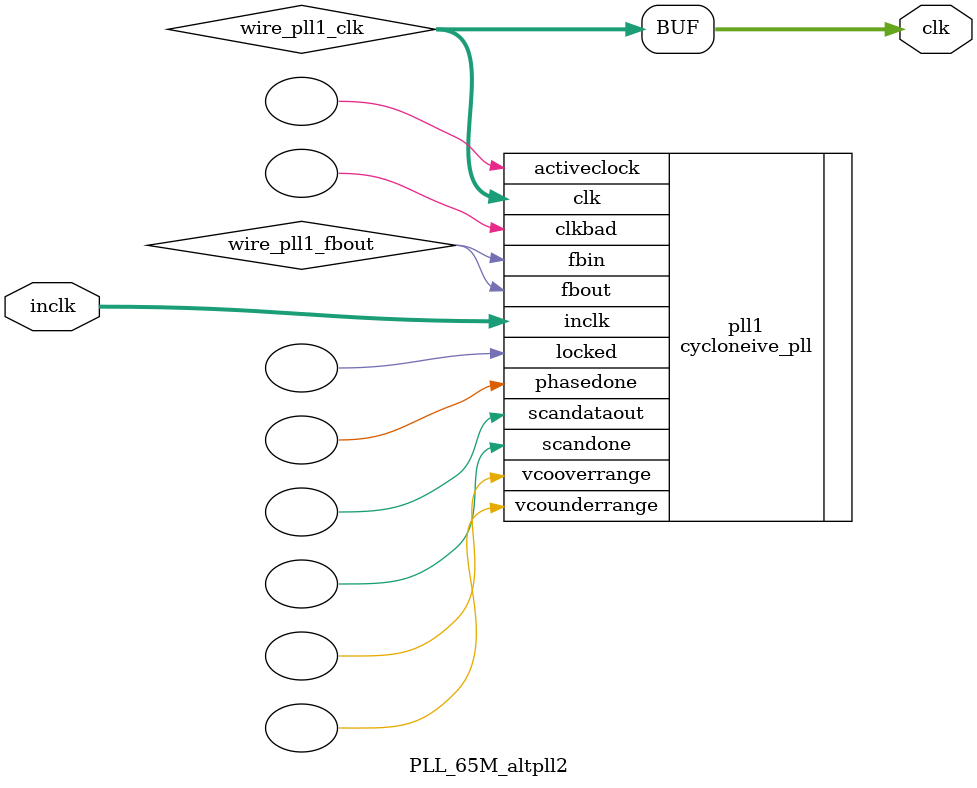
<source format=v>






//synthesis_resources = cycloneive_pll 1 
//synopsys translate_off
`timescale 1 ps / 1 ps
//synopsys translate_on
module  PLL_65M_altpll2
	( 
	clk,
	inclk) /* synthesis synthesis_clearbox=1 */;
	output   [4:0]  clk;
	input   [1:0]  inclk;
`ifndef ALTERA_RESERVED_QIS
// synopsys translate_off
`endif
	tri0   [1:0]  inclk;
`ifndef ALTERA_RESERVED_QIS
// synopsys translate_on
`endif

	wire  [4:0]   wire_pll1_clk;
	wire  wire_pll1_fbout;

	cycloneive_pll   pll1
	( 
	.activeclock(),
	.clk(wire_pll1_clk),
	.clkbad(),
	.fbin(wire_pll1_fbout),
	.fbout(wire_pll1_fbout),
	.inclk(inclk),
	.locked(),
	.phasedone(),
	.scandataout(),
	.scandone(),
	.vcooverrange(),
	.vcounderrange()
	`ifndef FORMAL_VERIFICATION
	// synopsys translate_off
	`endif
	,
	.areset(1'b0),
	.clkswitch(1'b0),
	.configupdate(1'b0),
	.pfdena(1'b1),
	.phasecounterselect({3{1'b0}}),
	.phasestep(1'b0),
	.phaseupdown(1'b0),
	.scanclk(1'b0),
	.scanclkena(1'b1),
	.scandata(1'b0)
	`ifndef FORMAL_VERIFICATION
	// synopsys translate_on
	`endif
	);
	defparam
		pll1.bandwidth_type = "auto",
		pll1.clk0_divide_by = 10,
		pll1.clk0_duty_cycle = 50,
		pll1.clk0_multiply_by = 13,
		pll1.clk0_phase_shift = "0",
		pll1.clk1_divide_by = 5,
		pll1.clk1_duty_cycle = 50,
		pll1.clk1_multiply_by = 26,
		pll1.clk1_phase_shift = "0",
		pll1.compensate_clock = "clk0",
		pll1.inclk0_input_frequency = 20000,
		pll1.operation_mode = "normal",
		pll1.pll_type = "auto",
		pll1.lpm_type = "cycloneive_pll";
	assign
		clk = {wire_pll1_clk[4:0]};
endmodule //PLL_65M_altpll2
//VALID FILE

</source>
